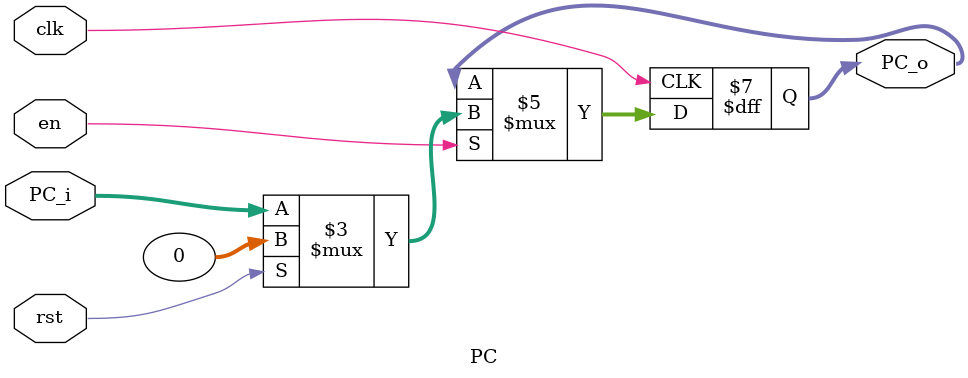
<source format=sv>
module PC #(
    DW=32

) (
    input logic             clk,
    input logic             en,
    input logic             rst,
    input logic   [DW-1:0]  PC_i,

    output logic  [DW-1:0]  PC_o
);
    
    always_ff @(posedge clk) begin
        if(en) begin
            if (rst) PC_o<=32'b0;
            else PC_o<=PC_i;
        end
    end

endmodule 

</source>
